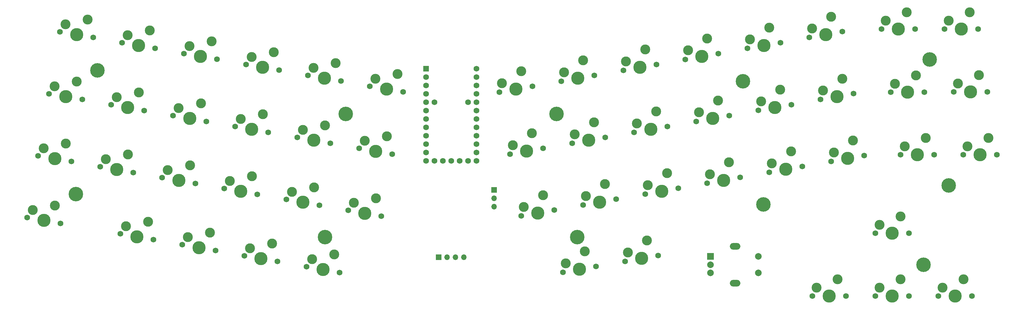
<source format=gbr>
%TF.GenerationSoftware,KiCad,Pcbnew,(6.0.9-0)*%
%TF.CreationDate,2023-02-13T21:26:22+01:00*%
%TF.ProjectId,pcb,7063622e-6b69-4636-9164-5f7063625858,rev?*%
%TF.SameCoordinates,Original*%
%TF.FileFunction,Soldermask,Top*%
%TF.FilePolarity,Negative*%
%FSLAX46Y46*%
G04 Gerber Fmt 4.6, Leading zero omitted, Abs format (unit mm)*
G04 Created by KiCad (PCBNEW (6.0.9-0)) date 2023-02-13 21:26:22*
%MOMM*%
%LPD*%
G01*
G04 APERTURE LIST*
%ADD10C,3.000000*%
%ADD11C,1.750000*%
%ADD12C,3.987800*%
%ADD13C,4.400000*%
%ADD14C,2.600000*%
%ADD15R,1.752600X1.752600*%
%ADD16C,1.752600*%
%ADD17R,1.700000X1.700000*%
%ADD18O,1.700000X1.700000*%
%ADD19O,3.200000X2.000000*%
%ADD20R,2.000000X2.000000*%
%ADD21C,2.000000*%
G04 APERTURE END LIST*
D10*
%TO.C,MX40*%
X312322239Y-64345150D03*
D11*
X315705783Y-68906907D03*
D10*
X306509776Y-67949228D03*
D11*
X305700137Y-70671173D03*
D12*
X310702960Y-69789040D03*
%TD*%
D11*
%TO.C,MX42*%
X355803200Y-68681600D03*
X345643200Y-68681600D03*
D10*
X346913200Y-66141600D03*
D12*
X350723200Y-68681600D03*
D10*
X353263200Y-63601600D03*
%TD*%
%TO.C,MX53*%
X339344000Y-108966000D03*
D12*
X343154000Y-111506000D03*
D10*
X345694000Y-106426000D03*
D11*
X338074000Y-111506000D03*
X348234000Y-111506000D03*
%TD*%
D10*
%TO.C,MX16*%
X96306904Y-49804403D03*
X89612309Y-51203149D03*
D11*
X97926183Y-55248293D03*
D12*
X92923360Y-54366160D03*
D11*
X87920537Y-53484027D03*
%TD*%
D13*
%TO.C,H2*%
X77266800Y-80568800D03*
D14*
X77266800Y-80568800D03*
%TD*%
%TO.C,H7*%
X278993600Y-46431200D03*
D13*
X278993600Y-46431200D03*
%TD*%
D12*
%TO.C,MX32*%
X127132080Y-79786480D03*
D11*
X122129257Y-78904347D03*
X132134903Y-80668613D03*
D10*
X123821029Y-76623469D03*
X130515624Y-75224723D03*
%TD*%
D11*
%TO.C,MX13*%
X331063600Y-30581600D03*
D12*
X325983600Y-30581600D03*
D11*
X320903600Y-30581600D03*
D10*
X322173600Y-28041600D03*
X328523600Y-25501600D03*
%TD*%
D12*
%TO.C,MX15*%
X74168000Y-51054000D03*
D11*
X69165177Y-50171867D03*
D10*
X77551544Y-46492243D03*
X70856949Y-47890989D03*
D11*
X79170823Y-51936133D03*
%TD*%
%TO.C,MX17*%
X116681543Y-58560453D03*
D10*
X115062264Y-53116563D03*
D11*
X106675897Y-56796187D03*
D10*
X108367669Y-54515309D03*
D12*
X111678720Y-57678320D03*
%TD*%
D10*
%TO.C,MX52*%
X320294000Y-108966000D03*
D11*
X329184000Y-111506000D03*
D10*
X326644000Y-106426000D03*
D12*
X324104000Y-111506000D03*
D11*
X319024000Y-111506000D03*
%TD*%
%TO.C,MX21*%
X218576183Y-66722507D03*
D10*
X215192639Y-62160750D03*
X209380176Y-65764828D03*
D11*
X208570537Y-68486773D03*
D12*
X213573360Y-67604640D03*
%TD*%
%TO.C,MX1*%
X77470000Y-32258000D03*
D11*
X72467177Y-31375867D03*
D10*
X74158949Y-29094989D03*
D11*
X82472823Y-33140133D03*
D10*
X80853544Y-27696243D03*
%TD*%
D12*
%TO.C,MX47*%
X151993599Y-103479599D03*
D11*
X146990776Y-102597466D03*
X156996422Y-104361732D03*
D10*
X148682548Y-100316588D03*
X155377143Y-98917842D03*
%TD*%
%TO.C,MX28*%
X350418400Y-44551600D03*
X344068400Y-47091600D03*
D11*
X352958400Y-49631600D03*
X342798400Y-49631600D03*
D12*
X347878400Y-49631600D03*
%TD*%
D11*
%TO.C,MX8*%
X234080343Y-44614347D03*
D10*
X230696799Y-40052590D03*
D12*
X229077520Y-45496480D03*
D10*
X224884336Y-43656668D03*
D11*
X224074697Y-46378613D03*
%TD*%
D10*
%TO.C,MX20*%
X164633749Y-64451789D03*
D11*
X162941977Y-66732667D03*
D12*
X167944800Y-67614800D03*
D10*
X171328344Y-63053043D03*
D11*
X172947623Y-68496933D03*
%TD*%
%TO.C,MX51*%
X299974000Y-111506000D03*
D10*
X301244000Y-108966000D03*
D12*
X305054000Y-111506000D03*
D11*
X310134000Y-111506000D03*
D10*
X307594000Y-106426000D03*
%TD*%
D15*
%TO.C,U1*%
X183134000Y-42621200D03*
D16*
X183134000Y-45161200D03*
X183134000Y-47701200D03*
X183134000Y-50241200D03*
X183134000Y-52781200D03*
X183134000Y-55321200D03*
X183134000Y-57861200D03*
X183134000Y-60401200D03*
X183134000Y-62941200D03*
X183134000Y-65481200D03*
X183134000Y-68021200D03*
X183134000Y-70561200D03*
X185674000Y-70561200D03*
X188214000Y-70561200D03*
X190754000Y-70561200D03*
X193294000Y-70561200D03*
X195834000Y-70561200D03*
X198374000Y-70561200D03*
X198374000Y-68021200D03*
X198374000Y-65481200D03*
X198374000Y-62941200D03*
X198374000Y-60401200D03*
X198374000Y-57861200D03*
X198374000Y-55321200D03*
X198374000Y-52781200D03*
X198374000Y-50241200D03*
X198374000Y-47701200D03*
X198374000Y-45161200D03*
X198374000Y-42621200D03*
X195834000Y-52781200D03*
X185674000Y-52781200D03*
%TD*%
D11*
%TO.C,MX5*%
X147447977Y-44583867D03*
D12*
X152450800Y-45466000D03*
D10*
X149139749Y-42302989D03*
D11*
X157453623Y-46348133D03*
D10*
X155834344Y-40904243D03*
%TD*%
D12*
%TO.C,MX39*%
X291947600Y-73101200D03*
D10*
X287754416Y-71261388D03*
D11*
X286944777Y-73983333D03*
D10*
X293566879Y-67657310D03*
D11*
X296950423Y-72219067D03*
%TD*%
D10*
%TO.C,MX41*%
X334264000Y-63601600D03*
D11*
X326644000Y-68681600D03*
X336804000Y-68681600D03*
D10*
X327914000Y-66141600D03*
D12*
X331724000Y-68681600D03*
%TD*%
D11*
%TO.C,MX29*%
X75868823Y-70732133D03*
D10*
X74249544Y-65288243D03*
X67554949Y-66686989D03*
D12*
X70866000Y-69850000D03*
D11*
X65863177Y-68967867D03*
%TD*%
%TO.C,MX14*%
X339953600Y-30581600D03*
D10*
X341223600Y-28041600D03*
X347573600Y-25501600D03*
D11*
X350113600Y-30581600D03*
D12*
X345033600Y-30581600D03*
%TD*%
D10*
%TO.C,MX7*%
X206128976Y-46968828D03*
X211941439Y-43364750D03*
D12*
X210322160Y-48808640D03*
D11*
X215324983Y-47926507D03*
X205319337Y-49690773D03*
%TD*%
D13*
%TO.C,H3*%
X158902400Y-56286400D03*
D14*
X158902400Y-56286400D03*
%TD*%
D11*
%TO.C,MX9*%
X252835703Y-41302187D03*
D10*
X243639696Y-40344508D03*
X249452159Y-36740430D03*
D11*
X242830057Y-43066453D03*
D12*
X247832880Y-42184320D03*
%TD*%
D13*
%TO.C,H6*%
X228904800Y-93675200D03*
D14*
X228904800Y-93675200D03*
%TD*%
D17*
%TO.C,LED0*%
X203708000Y-79364600D03*
D18*
X203708000Y-81904600D03*
X203708000Y-84444600D03*
%TD*%
D13*
%TO.C,H9*%
X335483200Y-39827200D03*
D14*
X335483200Y-39827200D03*
%TD*%
D11*
%TO.C,MX11*%
X290346423Y-34677867D03*
D12*
X285343600Y-35560000D03*
D10*
X281150416Y-33720188D03*
X286962879Y-30116110D03*
D11*
X280340777Y-36442133D03*
%TD*%
D10*
%TO.C,MX35*%
X212732976Y-84510028D03*
D11*
X221928983Y-85467707D03*
X211923337Y-87231973D03*
D12*
X216926160Y-86349840D03*
D10*
X218545439Y-80905950D03*
%TD*%
%TO.C,MX22*%
X233968319Y-58848590D03*
D11*
X227346217Y-65174613D03*
X237351863Y-63410347D03*
D12*
X232349040Y-64292480D03*
D10*
X228155856Y-62452668D03*
%TD*%
D13*
%TO.C,H8*%
X285191200Y-83769200D03*
D14*
X285191200Y-83769200D03*
%TD*%
D11*
%TO.C,MX31*%
X103373897Y-75592187D03*
D10*
X111760264Y-71912563D03*
D12*
X108376720Y-76474320D03*
D11*
X113379543Y-77356453D03*
D10*
X105065669Y-73311309D03*
%TD*%
D11*
%TO.C,MX26*%
X302448937Y-51925973D03*
D10*
X309071039Y-45599950D03*
D12*
X307451760Y-51043840D03*
D11*
X312454583Y-50161707D03*
D10*
X303258576Y-49204028D03*
%TD*%
D11*
%TO.C,MX12*%
X309101783Y-31365707D03*
X299096137Y-33129973D03*
D12*
X304098960Y-32247840D03*
D10*
X305718239Y-26803950D03*
X299905776Y-30408028D03*
%TD*%
D12*
%TO.C,MX48*%
X229575360Y-103418640D03*
D11*
X224572537Y-104300773D03*
X234578183Y-102536507D03*
D10*
X225382176Y-101578828D03*
X231194639Y-97974750D03*
%TD*%
D14*
%TO.C,H4*%
X152603200Y-93675200D03*
D13*
X152603200Y-93675200D03*
%TD*%
D12*
%TO.C,MX10*%
X266588240Y-38872160D03*
D11*
X271591063Y-37990027D03*
X261585417Y-39754293D03*
D10*
X268207519Y-33428270D03*
X262395056Y-37032348D03*
%TD*%
%TO.C,MX23*%
X246931536Y-59140508D03*
X252743999Y-55536430D03*
D11*
X246121897Y-61862453D03*
X256127543Y-60098187D03*
D12*
X251124720Y-60980320D03*
%TD*%
D11*
%TO.C,MX25*%
X293678903Y-53473867D03*
X283673257Y-55238133D03*
D10*
X290295359Y-48912110D03*
D12*
X288676080Y-54356000D03*
D10*
X284482896Y-52516188D03*
%TD*%
D11*
%TO.C,MX44*%
X100710023Y-94404933D03*
D12*
X95707200Y-93522800D03*
D10*
X99090744Y-88961043D03*
X92396149Y-90359789D03*
D11*
X90704377Y-92640667D03*
%TD*%
D14*
%TO.C,H11*%
X333654400Y-102006400D03*
D13*
X333654400Y-102006400D03*
%TD*%
D10*
%TO.C,MX50*%
X326644000Y-87376000D03*
D11*
X319024000Y-92456000D03*
X329184000Y-92456000D03*
D10*
X320294000Y-89916000D03*
D12*
X324104000Y-92456000D03*
%TD*%
D10*
%TO.C,MX34*%
X161331749Y-83247789D03*
D12*
X164642800Y-86410800D03*
D10*
X168026344Y-81849043D03*
D11*
X169645623Y-87292933D03*
X159639977Y-85528667D03*
%TD*%
%TO.C,MX46*%
X138234289Y-101042799D03*
D10*
X136615010Y-95598909D03*
X129920415Y-96997655D03*
D11*
X128228643Y-99278533D03*
D12*
X133231466Y-100160666D03*
%TD*%
D11*
%TO.C,MX2*%
X101218023Y-36442133D03*
D10*
X99598744Y-30998243D03*
D12*
X96215200Y-35560000D03*
D11*
X91212377Y-34677867D03*
D10*
X92904149Y-32396989D03*
%TD*%
D17*
%TO.C,OLED0*%
X186954000Y-99771200D03*
D18*
X189494000Y-99771200D03*
X192034000Y-99771200D03*
X194574000Y-99771200D03*
%TD*%
D13*
%TO.C,H10*%
X341223600Y-77978000D03*
D14*
X341223600Y-77978000D03*
%TD*%
D11*
%TO.C,MX6*%
X176198823Y-49650133D03*
D10*
X174579544Y-44206243D03*
D11*
X166193177Y-47885867D03*
D10*
X167884949Y-45604989D03*
D12*
X171196000Y-48768000D03*
%TD*%
D10*
%TO.C,MX37*%
X256056159Y-74281630D03*
X250243696Y-77885708D03*
D11*
X259439703Y-78843387D03*
X249434057Y-80607653D03*
D12*
X254436880Y-79725520D03*
%TD*%
D11*
%TO.C,MX36*%
X240684343Y-82155547D03*
D10*
X231488336Y-81197868D03*
X237300799Y-77593790D03*
D11*
X230678697Y-83919813D03*
D12*
X235681520Y-83037680D03*
%TD*%
D10*
%TO.C,MX19*%
X145878389Y-61139629D03*
X152572984Y-59740883D03*
D12*
X149189440Y-64302640D03*
D11*
X154192263Y-65184773D03*
X144186617Y-63420507D03*
%TD*%
D10*
%TO.C,MX4*%
X137089144Y-37602243D03*
D11*
X128702777Y-41281867D03*
D10*
X130394549Y-39000989D03*
D11*
X138708423Y-43046133D03*
D12*
X133705600Y-42164000D03*
%TD*%
D11*
%TO.C,MX38*%
X278195063Y-75531227D03*
D10*
X274811519Y-70969470D03*
D12*
X273192240Y-76413360D03*
D10*
X268999056Y-74573548D03*
D11*
X268189417Y-77295493D03*
%TD*%
D10*
%TO.C,MX24*%
X271519679Y-52224270D03*
D11*
X274903223Y-56786027D03*
D10*
X265707216Y-55828348D03*
D12*
X269900400Y-57668160D03*
D11*
X264897577Y-58550293D03*
%TD*%
%TO.C,MX3*%
X109957577Y-37979867D03*
X119963223Y-39744133D03*
D12*
X114960400Y-38862000D03*
D10*
X111649349Y-35698989D03*
X118343944Y-34300243D03*
%TD*%
D12*
%TO.C,MX43*%
X67564000Y-88595200D03*
D10*
X70947544Y-84033443D03*
D11*
X62561177Y-87713067D03*
X72566823Y-89477333D03*
D10*
X64252949Y-85432189D03*
%TD*%
D19*
%TO.C,SW1*%
X276656800Y-96406400D03*
X276656800Y-107606400D03*
D20*
X269156800Y-99506400D03*
D21*
X269156800Y-104506400D03*
X269156800Y-102006400D03*
X283656800Y-104506400D03*
X283656800Y-99506400D03*
%TD*%
D10*
%TO.C,MX45*%
X111158282Y-93678722D03*
D11*
X119472156Y-97723866D03*
X109466510Y-95959600D03*
D10*
X117852877Y-92279976D03*
D12*
X114469333Y-96841733D03*
%TD*%
D13*
%TO.C,H1*%
X83769200Y-43078400D03*
D14*
X83769200Y-43078400D03*
%TD*%
D10*
%TO.C,MX27*%
X331368400Y-44577000D03*
D12*
X328828400Y-49657000D03*
D10*
X325018400Y-47117000D03*
D11*
X323748400Y-49657000D03*
X333908400Y-49657000D03*
%TD*%
%TO.C,MX30*%
X94624183Y-74044293D03*
D12*
X89621360Y-73162160D03*
D10*
X86310309Y-69999149D03*
D11*
X84618537Y-72280027D03*
D10*
X93004904Y-68600403D03*
%TD*%
D11*
%TO.C,MX33*%
X140884617Y-82216507D03*
D10*
X142576389Y-79935629D03*
X149270984Y-78536883D03*
D12*
X145887440Y-83098640D03*
D11*
X150890263Y-83980773D03*
%TD*%
D14*
%TO.C,H5*%
X222656400Y-56337200D03*
D13*
X222656400Y-56337200D03*
%TD*%
D10*
%TO.C,MX49*%
X244178176Y-98276828D03*
X249990639Y-94672750D03*
D12*
X248371360Y-100116640D03*
D11*
X253374183Y-99234507D03*
X243368537Y-100998773D03*
%TD*%
D10*
%TO.C,MX18*%
X127123029Y-57827469D03*
D11*
X135436903Y-61872613D03*
D10*
X133817624Y-56428723D03*
D12*
X130434080Y-60990480D03*
D11*
X125431257Y-60108347D03*
%TD*%
M02*

</source>
